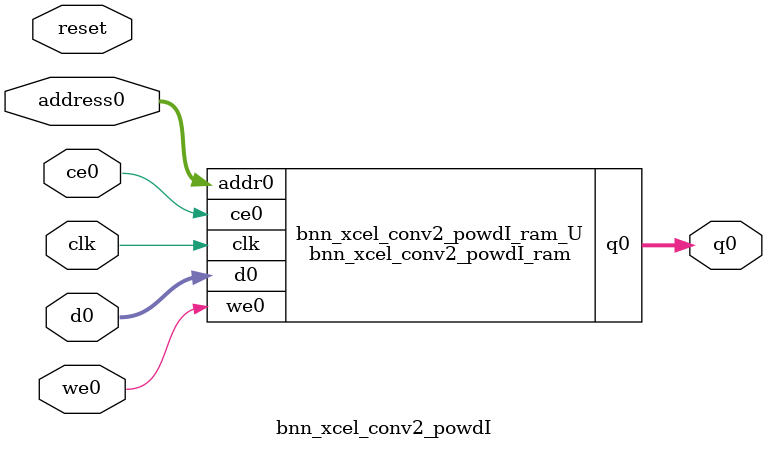
<source format=v>
`timescale 1 ns / 1 ps
module bnn_xcel_conv2_powdI_ram (addr0, ce0, d0, we0, q0,  clk);

parameter DWIDTH = 32;
parameter AWIDTH = 4;
parameter MEM_SIZE = 16;

input[AWIDTH-1:0] addr0;
input ce0;
input[DWIDTH-1:0] d0;
input we0;
output reg[DWIDTH-1:0] q0;
input clk;

(* ram_style = "distributed" *)reg [DWIDTH-1:0] ram[0:MEM_SIZE-1];




always @(posedge clk)  
begin 
    if (ce0) begin
        if (we0) 
            ram[addr0] <= d0; 
        q0 <= ram[addr0];
    end
end


endmodule

`timescale 1 ns / 1 ps
module bnn_xcel_conv2_powdI(
    reset,
    clk,
    address0,
    ce0,
    we0,
    d0,
    q0);

parameter DataWidth = 32'd32;
parameter AddressRange = 32'd16;
parameter AddressWidth = 32'd4;
input reset;
input clk;
input[AddressWidth - 1:0] address0;
input ce0;
input we0;
input[DataWidth - 1:0] d0;
output[DataWidth - 1:0] q0;



bnn_xcel_conv2_powdI_ram bnn_xcel_conv2_powdI_ram_U(
    .clk( clk ),
    .addr0( address0 ),
    .ce0( ce0 ),
    .we0( we0 ),
    .d0( d0 ),
    .q0( q0 ));

endmodule


</source>
